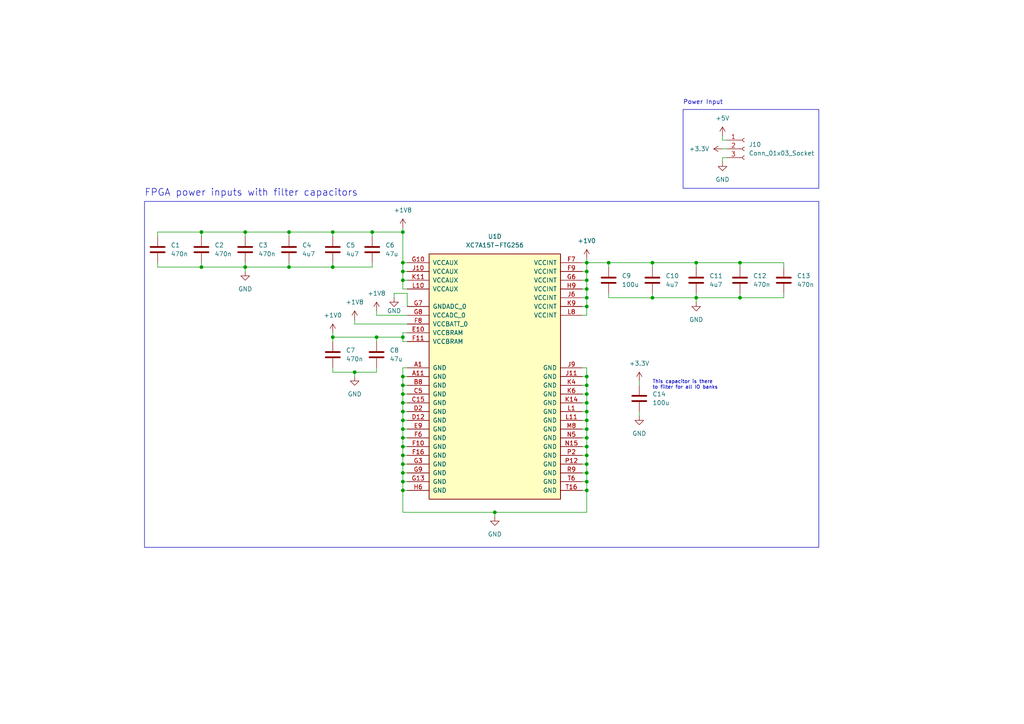
<source format=kicad_sch>
(kicad_sch (version 20230121) (generator eeschema)
  (paper "A4")
  (title_block (title "Power") (date "2024-01-06") (rev "1"))
  (lib_symbols
    (symbol "Connector:Conn_01x03_Socket" (pin_names (offset 1.016) hide)
      (property "Reference" "J" (at 0 5.08 0))
      (property "Value" "Conn_01x03_Socket" (at 0 -5.08 0))
      (symbol "Conn_01x03_Socket_1_1"
        (arc (start 0 -2.032) (mid -0.5058 -2.54) (end 0 -3.048) (stroke (width 0.1524)))
        (polyline (pts (xy -1.27 -2.54) (xy -0.508 -2.54)) (stroke (width 0.1524)))
        (polyline (pts (xy -1.27 0) (xy -0.508 0)) (stroke (width 0.1524)))
        (polyline (pts (xy -1.27 2.54) (xy -0.508 2.54)) (stroke (width 0.1524)))
        (arc (start 0 0.508) (mid -0.5058 0) (end 0 -0.508) (stroke (width 0.1524)))
        (arc (start 0 3.048) (mid -0.5058 2.54) (end 0 2.032) (stroke (width 0.1524)))
        (pin passive line (at -5.08 2.54 0) (length 3.81) (name "Pin_1") (number "1"))
        (pin passive line (at -5.08 0 0) (length 3.81) (name "Pin_2") (number "2"))
        (pin passive line (at -5.08 -2.54 0) (length 3.81) (name "Pin_3") (number "3"))
      )
    )
    (symbol "Device:C" (pin_numbers hide) (pin_names (offset 0.254))
      (property "Reference" "C" (at 0.635 2.54 0))
      (property "Value" "C" (at 0.635 -2.54 0))
      (symbol "C_0_1"
        (polyline (pts (xy -2.032 -0.762) (xy 2.032 -0.762)) (stroke (width 0.508)))
        (polyline (pts (xy -2.032 0.762) (xy 2.032 0.762)) (stroke (width 0.508)))
      )
      (symbol "C_1_1"
        (pin passive line (at 0 3.81 270) (length 2.794) (name "~") (number "1"))
        (pin passive line (at 0 -3.81 90) (length 2.794) (name "~") (number "2"))
      )
    )
    (symbol "FPGA_Xilinx_Artix7:XC7A15T-FTG256" (pin_names (offset 1.016))
      (property "Reference" "U" (at 0 1.27 0))
      (property "Value" "XC7A15T-FTG256" (at 0 -1.27 0))
      (symbol "XC7A15T-FTG256_1_1"
        (rectangle (start -44.45 67.31) (end 44.45 -73.66) (stroke (width 0.254)) (fill (type background)))
        (pin bidirectional line (at 50.8 38.1 180) (length 6.35) (name "IO_L3N_T0_DQS_AD1N_15") (number "A10"))
        (pin bidirectional line (at 50.8 27.94 180) (length 6.35) (name "IO_L5N_T0_AD9N_15") (number "A12"))
        (pin bidirectional line (at 50.8 20.32 180) (length 6.35) (name "IO_L7P_T1_AD2P_15") (number "A13"))
        (pin bidirectional line (at 50.8 17.78 180) (length 6.35) (name "IO_L7N_T1_AD2N_15") (number "A14"))
        (pin bidirectional line (at 50.8 7.62 180) (length 6.35) (name "IO_L9N_T1_DQS_AD3N_15") (number "A15"))
        (pin power_in line (at 27.94 73.66 270) (length 6.35) (name "VCCO_15") (number "A16"))
        (pin bidirectional line (at 50.8 45.72 180) (length 6.35) (name "IO_L2P_T0_AD8P_15") (number "A8"))
        (pin bidirectional line (at 50.8 43.18 180) (length 6.35) (name "IO_L2N_T0_AD8N_15") (number "A9"))
        (pin bidirectional line (at 50.8 35.56 180) (length 6.35) (name "IO_L4P_T0_15") (number "B10"))
        (pin bidirectional line (at 50.8 33.02 180) (length 6.35) (name "IO_L4N_T0_15") (number "B11"))
        (pin bidirectional line (at 50.8 30.48 180) (length 6.35) (name "IO_L5P_T0_AD9P_15") (number "B12"))
        (pin power_in line (at 30.48 73.66 270) (length 6.35) (name "VCCO_15") (number "B13"))
        (pin bidirectional line (at 50.8 12.7 180) (length 6.35) (name "IO_L8N_T1_AD10N_15") (number "B14"))
        (pin bidirectional line (at 50.8 10.16 180) (length 6.35) (name "IO_L9P_T1_DQS_AD3P_15") (number "B15"))
        (pin bidirectional line (at 50.8 2.54 180) (length 6.35) (name "IO_L10N_T1_AD11N_15") (number "B16"))
        (pin bidirectional line (at 50.8 40.64 180) (length 6.35) (name "IO_L3P_T0_DQS_AD1P_15") (number "B9"))
        (pin power_in line (at 33.02 73.66 270) (length 6.35) (name "VCCO_15") (number "C10"))
        (pin bidirectional line (at 50.8 0 180) (length 6.35) (name "IO_L11P_T1_SRCC_15") (number "C11"))
        (pin bidirectional line (at 50.8 -2.54 180) (length 6.35) (name "IO_L11N_T1_SRCC_15") (number "C12"))
        (pin bidirectional line (at 50.8 -7.62 180) (length 6.35) (name "IO_L12N_T1_MRCC_15") (number "C13"))
        (pin bidirectional line (at 50.8 15.24 180) (length 6.35) (name "IO_L8P_T1_AD10P_15") (number "C14"))
        (pin bidirectional line (at 50.8 5.08 180) (length 6.35) (name "IO_L10P_T1_AD11P_15") (number "C16"))
        (pin bidirectional line (at 50.8 50.8 180) (length 6.35) (name "IO_L1P_T0_AD0P_15") (number "C8"))
        (pin bidirectional line (at 50.8 48.26 180) (length 6.35) (name "IO_L1N_T0_AD0N_15") (number "C9"))
        (pin bidirectional line (at 50.8 53.34 180) (length 6.35) (name "IO_0_15") (number "D10"))
        (pin bidirectional line (at 50.8 -17.78 180) (length 6.35) (name "IO_L14N_T2_SRCC_15") (number "D11"))
        (pin bidirectional line (at 50.8 -5.08 180) (length 6.35) (name "IO_L12P_T1_MRCC_15") (number "D13"))
        (pin bidirectional line (at 50.8 -20.32 180) (length 6.35) (name "IO_L15P_T2_DQS_15") (number "D14"))
        (pin bidirectional line (at 50.8 -22.86 180) (length 6.35) (name "IO_L15N_T2_DQS_ADV_B_15") (number "D15"))
        (pin bidirectional line (at 50.8 -33.02 180) (length 6.35) (name "IO_L17N_T2_A25_15") (number "D16"))
        (pin bidirectional line (at 50.8 25.4 180) (length 6.35) (name "IO_L6P_T0_15") (number "D8"))
        (pin bidirectional line (at 50.8 22.86 180) (length 6.35) (name "IO_L6N_T0_VREF_15") (number "D9"))
        (pin bidirectional line (at 50.8 -15.24 180) (length 6.35) (name "IO_L14P_T2_SRCC_15") (number "E11"))
        (pin bidirectional line (at 50.8 -10.16 180) (length 6.35) (name "IO_L13P_T2_MRCC_15") (number "E12"))
        (pin bidirectional line (at 50.8 -12.7 180) (length 6.35) (name "IO_L13N_T2_MRCC_15") (number "E13"))
        (pin power_in line (at 35.56 73.66 270) (length 6.35) (name "VCCO_15") (number "E14"))
        (pin bidirectional line (at 50.8 -38.1 180) (length 6.35) (name "IO_L18N_T2_A23_15") (number "E15"))
        (pin bidirectional line (at 50.8 -30.48 180) (length 6.35) (name "IO_L17P_T2_A26_15") (number "E16"))
        (pin bidirectional line (at 50.8 -25.4 180) (length 6.35) (name "IO_L16P_T2_A28_15") (number "F12"))
        (pin bidirectional line (at 50.8 -27.94 180) (length 6.35) (name "IO_L16N_T2_A27_15") (number "F13"))
        (pin bidirectional line (at 50.8 -53.34 180) (length 6.35) (name "IO_L21N_T3_DQS_A18_15") (number "F14"))
        (pin bidirectional line (at 50.8 -35.56 180) (length 6.35) (name "IO_L18P_T2_A24_15") (number "F15"))
        (pin bidirectional line (at 50.8 -71.12 180) (length 6.35) (name "IO_25_15") (number "G11"))
        (pin bidirectional line (at 50.8 -43.18 180) (length 6.35) (name "IO_L19N_T3_A21_VREF_15") (number "G12"))
        (pin bidirectional line (at 50.8 -50.8 180) (length 6.35) (name "IO_L21P_T3_DQS_15") (number "G14"))
        (pin bidirectional line (at 50.8 -68.58 180) (length 6.35) (name "IO_L24N_T3_RS0_15") (number "G15"))
        (pin bidirectional line (at 50.8 -58.42 180) (length 6.35) (name "IO_L22N_T3_A16_15") (number "G16"))
        (pin bidirectional line (at 50.8 -40.64 180) (length 6.35) (name "IO_L19P_T3_A22_15") (number "H11"))
        (pin bidirectional line (at 50.8 -45.72 180) (length 6.35) (name "IO_L20P_T3_A20_15") (number "H12"))
        (pin bidirectional line (at 50.8 -48.26 180) (length 6.35) (name "IO_L20N_T3_A19_15") (number "H13"))
        (pin bidirectional line (at 50.8 -66.04 180) (length 6.35) (name "IO_L24P_T3_RS1_15") (number "H14"))
        (pin power_in line (at 38.1 73.66 270) (length 6.35) (name "VCCO_15") (number "H15"))
        (pin bidirectional line (at 50.8 -55.88 180) (length 6.35) (name "IO_L22P_T3_A17_15") (number "H16"))
        (pin power_in line (at 40.64 73.66 270) (length 6.35) (name "VCCO_15") (number "J12"))
        (pin bidirectional line (at -50.8 50.8 0) (length 6.35) (name "IO_L1P_T0_D00_MOSI_14") (number "J13"))
        (pin bidirectional line (at -50.8 48.26 0) (length 6.35) (name "IO_L1N_T0_D01_DIN_14") (number "J14"))
        (pin bidirectional line (at 50.8 -60.96 180) (length 6.35) (name "IO_L23P_T3_FOE_B_15") (number "J15"))
        (pin bidirectional line (at 50.8 -63.5 180) (length 6.35) (name "IO_L23N_T3_FWE_B_15") (number "J16"))
        (pin bidirectional line (at -50.8 53.34 0) (length 6.35) (name "IO_0_14") (number "K12"))
        (pin bidirectional line (at -50.8 30.48 0) (length 6.35) (name "IO_L5P_T0_D06_14") (number "K13"))
        (pin bidirectional line (at -50.8 45.72 0) (length 6.35) (name "IO_L2P_T0_D02_14") (number "K15"))
        (pin bidirectional line (at -50.8 43.18 0) (length 6.35) (name "IO_L2N_T0_D03_14") (number "K16"))
        (pin bidirectional line (at -50.8 25.4 0) (length 6.35) (name "IO_L6P_T0_FCS_B_14") (number "L12"))
        (pin bidirectional line (at -50.8 27.94 0) (length 6.35) (name "IO_L5N_T0_D07_14") (number "L13"))
        (pin bidirectional line (at -50.8 35.56 0) (length 6.35) (name "IO_L4P_T0_D04_14") (number "L14"))
        (pin bidirectional line (at -50.8 40.64 0) (length 6.35) (name "IO_L3P_T0_DQS_PUDC_B_14") (number "L15"))
        (pin power_in line (at -40.64 73.66 270) (length 6.35) (name "VCCO_14") (number "L16"))
        (pin bidirectional line (at -50.8 22.86 0) (length 6.35) (name "IO_L6N_T0_D08_VREF_14") (number "M12"))
        (pin power_in line (at -38.1 73.66 270) (length 6.35) (name "VCCO_14") (number "M13"))
        (pin bidirectional line (at -50.8 33.02 0) (length 6.35) (name "IO_L4N_T0_D05_14") (number "M14"))
        (pin bidirectional line (at -50.8 38.1 0) (length 6.35) (name "IO_L3N_T0_DQS_EMCCLK_14") (number "M15"))
        (pin bidirectional line (at -50.8 20.32 0) (length 6.35) (name "IO_L7P_T1_D09_14") (number "M16"))
        (pin bidirectional line (at -50.8 -40.64 0) (length 6.35) (name "IO_L19P_T3_A10_D26_14") (number "M6"))
        (pin power_in line (at -35.56 73.66 270) (length 6.35) (name "VCCO_14") (number "N10"))
        (pin bidirectional line (at -50.8 -10.16 0) (length 6.35) (name "IO_L13P_T2_MRCC_14") (number "N11"))
        (pin bidirectional line (at -50.8 -12.7 0) (length 6.35) (name "IO_L13N_T2_MRCC_14") (number "N12"))
        (pin bidirectional line (at -50.8 0 0) (length 6.35) (name "IO_L11P_T1_SRCC_14") (number "N13"))
        (pin bidirectional line (at -50.8 -5.08 0) (length 6.35) (name "IO_L12P_T1_MRCC_14") (number "N14"))
        (pin bidirectional line (at -50.8 17.78 0) (length 6.35) (name "IO_L7N_T1_D10_14") (number "N16"))
        (pin bidirectional line (at -50.8 -43.18 0) (length 6.35) (name "IO_L19N_T3_A09_D25_VREF_14") (number "N6"))
        (pin bidirectional line (at -50.8 -35.56 0) (length 6.35) (name "IO_L18P_T2_A12_D28_14") (number "N9"))
        (pin bidirectional line (at -50.8 -15.24 0) (length 6.35) (name "IO_L14P_T2_SRCC_14") (number "P10"))
        (pin bidirectional line (at -50.8 -17.78 0) (length 6.35) (name "IO_L14N_T2_SRCC_14") (number "P11"))
        (pin bidirectional line (at -50.8 -2.54 0) (length 6.35) (name "IO_L11N_T1_SRCC_14") (number "P13"))
        (pin bidirectional line (at -50.8 -7.62 0) (length 6.35) (name "IO_L12N_T1_MRCC_14") (number "P14"))
        (pin bidirectional line (at -50.8 15.24 0) (length 6.35) (name "IO_L8P_T1_D11_14") (number "P15"))
        (pin bidirectional line (at -50.8 12.7 0) (length 6.35) (name "IO_L8N_T1_D12_14") (number "P16"))
        (pin bidirectional line (at -50.8 -71.12 0) (length 6.35) (name "IO_25_14") (number "P6"))
        (pin power_in line (at -33.02 73.66 270) (length 6.35) (name "VCCO_14") (number "P7"))
        (pin bidirectional line (at -50.8 -45.72 0) (length 6.35) (name "IO_L20P_T3_A08_D24_14") (number "P8"))
        (pin bidirectional line (at -50.8 -38.1 0) (length 6.35) (name "IO_L18N_T2_A11_D27_14") (number "P9"))
        (pin bidirectional line (at -50.8 -30.48 0) (length 6.35) (name "IO_L17P_T2_A14_D30_14") (number "R10"))
        (pin bidirectional line (at -50.8 -33.02 0) (length 6.35) (name "IO_L17N_T2_A13_D29_14") (number "R11"))
        (pin bidirectional line (at -50.8 -20.32 0) (length 6.35) (name "IO_L15P_T2_DQS_RDWR_B_14") (number "R12"))
        (pin bidirectional line (at -50.8 -25.4 0) (length 6.35) (name "IO_L16P_T2_CSI_B_14") (number "R13"))
        (pin power_in line (at -30.48 73.66 270) (length 6.35) (name "VCCO_14") (number "R14"))
        (pin bidirectional line (at -50.8 10.16 0) (length 6.35) (name "IO_L9P_T1_DQS_14") (number "R15"))
        (pin bidirectional line (at -50.8 7.62 0) (length 6.35) (name "IO_L9N_T1_DQS_D13_14") (number "R16"))
        (pin bidirectional line (at -50.8 -60.96 0) (length 6.35) (name "IO_L23P_T3_A03_D19_14") (number "R5"))
        (pin bidirectional line (at -50.8 -66.04 0) (length 6.35) (name "IO_L24P_T3_A01_D17_14") (number "R6"))
        (pin bidirectional line (at -50.8 -68.58 0) (length 6.35) (name "IO_L24N_T3_A00_D16_14") (number "R7"))
        (pin bidirectional line (at -50.8 -48.26 0) (length 6.35) (name "IO_L20N_T3_A07_D23_14") (number "R8"))
        (pin bidirectional line (at -50.8 -58.42 0) (length 6.35) (name "IO_L22N_T3_A04_D20_14") (number "T10"))
        (pin power_in line (at -27.94 73.66 270) (length 6.35) (name "VCCO_14") (number "T11"))
        (pin bidirectional line (at -50.8 -22.86 0) (length 6.35) (name "IO_L15N_T2_DQS_DOUT_CSO_B_14") (number "T12"))
        (pin bidirectional line (at -50.8 -27.94 0) (length 6.35) (name "IO_L16N_T2_A15_D31_14") (number "T13"))
        (pin bidirectional line (at -50.8 5.08 0) (length 6.35) (name "IO_L10P_T1_D14_14") (number "T14"))
        (pin bidirectional line (at -50.8 2.54 0) (length 6.35) (name "IO_L10N_T1_D15_14") (number "T15"))
        (pin bidirectional line (at -50.8 -63.5 0) (length 6.35) (name "IO_L23N_T3_A02_D18_14") (number "T5"))
        (pin bidirectional line (at -50.8 -50.8 0) (length 6.35) (name "IO_L21P_T3_DQS_14") (number "T7"))
        (pin bidirectional line (at -50.8 -53.34 0) (length 6.35) (name "IO_L21N_T3_DQS_A06_D22_14") (number "T8"))
        (pin bidirectional line (at -50.8 -55.88 0) (length 6.35) (name "IO_L22P_T3_A05_D21_14") (number "T9"))
      )
      (symbol "XC7A15T-FTG256_2_1"
        (rectangle (start -44.45 67.31) (end 44.45 -73.66) (stroke (width 0.254)) (fill (type background)))
        (pin bidirectional line (at 50.8 12.7 180) (length 6.35) (name "IO_L8N_T1_AD14N_35") (number "A2"))
        (pin bidirectional line (at 50.8 33.02 180) (length 6.35) (name "IO_L4N_T0_35") (number "A3"))
        (pin bidirectional line (at 50.8 38.1 180) (length 6.35) (name "IO_L3N_T0_DQS_AD5N_35") (number "A4"))
        (pin bidirectional line (at 50.8 40.64 180) (length 6.35) (name "IO_L3P_T0_DQS_AD5P_35") (number "A5"))
        (pin power_in line (at 27.94 73.66 270) (length 6.35) (name "VCCO_35") (number "A6"))
        (pin bidirectional line (at 50.8 48.26 180) (length 6.35) (name "IO_L1N_T0_AD4N_35") (number "A7"))
        (pin bidirectional line (at 50.8 7.62 180) (length 6.35) (name "IO_L9N_T1_DQS_AD7N_35") (number "B1"))
        (pin bidirectional line (at 50.8 15.24 180) (length 6.35) (name "IO_L8P_T1_AD14P_35") (number "B2"))
        (pin power_in line (at 30.48 73.66 270) (length 6.35) (name "VCCO_35") (number "B3"))
        (pin bidirectional line (at 50.8 35.56 180) (length 6.35) (name "IO_L4P_T0_35") (number "B4"))
        (pin bidirectional line (at 50.8 43.18 180) (length 6.35) (name "IO_L2N_T0_AD12N_35") (number "B5"))
        (pin bidirectional line (at 50.8 45.72 180) (length 6.35) (name "IO_L2P_T0_AD12P_35") (number "B6"))
        (pin bidirectional line (at 50.8 50.8 180) (length 6.35) (name "IO_L1P_T0_AD4P_35") (number "B7"))
        (pin bidirectional line (at 50.8 10.16 180) (length 6.35) (name "IO_L9P_T1_DQS_AD7P_35") (number "C1"))
        (pin bidirectional line (at 50.8 17.78 180) (length 6.35) (name "IO_L7N_T1_AD6N_35") (number "C2"))
        (pin bidirectional line (at 50.8 20.32 180) (length 6.35) (name "IO_L7P_T1_AD6P_35") (number "C3"))
        (pin bidirectional line (at 50.8 -7.62 180) (length 6.35) (name "IO_L12N_T1_MRCC_35") (number "C4"))
        (pin bidirectional line (at 50.8 27.94 180) (length 6.35) (name "IO_L5N_T0_AD13N_35") (number "C6"))
        (pin bidirectional line (at 50.8 30.48 180) (length 6.35) (name "IO_L5P_T0_AD13P_35") (number "C7"))
        (pin bidirectional line (at 50.8 2.54 180) (length 6.35) (name "IO_L10N_T1_AD15N_35") (number "D1"))
        (pin bidirectional line (at 50.8 -2.54 180) (length 6.35) (name "IO_L11N_T1_SRCC_35") (number "D3"))
        (pin bidirectional line (at 50.8 -5.08 180) (length 6.35) (name "IO_L12P_T1_MRCC_35") (number "D4"))
        (pin bidirectional line (at 50.8 22.86 180) (length 6.35) (name "IO_L6N_T0_VREF_35") (number "D5"))
        (pin bidirectional line (at 50.8 25.4 180) (length 6.35) (name "IO_L6P_T0_35") (number "D6"))
        (pin power_in line (at 33.02 73.66 270) (length 6.35) (name "VCCO_35") (number "D7"))
        (pin bidirectional line (at 50.8 -22.86 180) (length 6.35) (name "IO_L15N_T2_DQS_35") (number "E1"))
        (pin bidirectional line (at 50.8 5.08 180) (length 6.35) (name "IO_L10P_T1_AD15P_35") (number "E2"))
        (pin bidirectional line (at 50.8 0 180) (length 6.35) (name "IO_L11P_T1_SRCC_35") (number "E3"))
        (pin power_in line (at 35.56 73.66 270) (length 6.35) (name "VCCO_35") (number "E4"))
        (pin bidirectional line (at 50.8 -12.7 180) (length 6.35) (name "IO_L13N_T2_MRCC_35") (number "E5"))
        (pin bidirectional line (at 50.8 53.34 180) (length 6.35) (name "IO_0_35") (number "E6"))
        (pin power_in line (at 38.1 73.66 270) (length 6.35) (name "VCCO_35") (number "F1"))
        (pin bidirectional line (at 50.8 -20.32 180) (length 6.35) (name "IO_L15P_T2_DQS_35") (number "F2"))
        (pin bidirectional line (at 50.8 -17.78 180) (length 6.35) (name "IO_L14N_T2_SRCC_35") (number "F3"))
        (pin bidirectional line (at 50.8 -15.24 180) (length 6.35) (name "IO_L14P_T2_SRCC_35") (number "F4"))
        (pin bidirectional line (at 50.8 -10.16 180) (length 6.35) (name "IO_L13P_T2_MRCC_35") (number "F5"))
        (pin bidirectional line (at 50.8 -33.02 180) (length 6.35) (name "IO_L17N_T2_35") (number "G1"))
        (pin bidirectional line (at 50.8 -30.48 180) (length 6.35) (name "IO_L17P_T2_35") (number "G2"))
        (pin bidirectional line (at 50.8 -27.94 180) (length 6.35) (name "IO_L16N_T2_35") (number "G4"))
        (pin bidirectional line (at 50.8 -25.4 180) (length 6.35) (name "IO_L16P_T2_35") (number "G5"))
        (pin bidirectional line (at 50.8 -48.26 180) (length 6.35) (name "IO_L20N_T3_35") (number "H1"))
        (pin bidirectional line (at 50.8 -45.72 180) (length 6.35) (name "IO_L20P_T3_35") (number "H2"))
        (pin bidirectional line (at 50.8 -53.34 180) (length 6.35) (name "IO_L21N_T3_DQS_35") (number "H3"))
        (pin bidirectional line (at 50.8 -38.1 180) (length 6.35) (name "IO_L18N_T2_35") (number "H4"))
        (pin bidirectional line (at 50.8 -35.56 180) (length 6.35) (name "IO_L18P_T2_35") (number "H5"))
        (pin bidirectional line (at 50.8 -58.42 180) (length 6.35) (name "IO_L22N_T3_35") (number "J1"))
        (pin power_in line (at 40.64 73.66 270) (length 6.35) (name "VCCO_35") (number "J2"))
        (pin bidirectional line (at 50.8 -50.8 180) (length 6.35) (name "IO_L21P_T3_DQS_35") (number "J3"))
        (pin bidirectional line (at 50.8 -43.18 180) (length 6.35) (name "IO_L19N_T3_VREF_35") (number "J4"))
        (pin bidirectional line (at 50.8 -40.64 180) (length 6.35) (name "IO_L19P_T3_35") (number "J5"))
        (pin bidirectional line (at 50.8 -55.88 180) (length 6.35) (name "IO_L22P_T3_35") (number "K1"))
        (pin bidirectional line (at 50.8 -68.58 180) (length 6.35) (name "IO_L24N_T3_35") (number "K2"))
        (pin bidirectional line (at 50.8 -66.04 180) (length 6.35) (name "IO_L24P_T3_35") (number "K3"))
        (pin bidirectional line (at 50.8 -71.12 180) (length 6.35) (name "IO_25_35") (number "K5"))
        (pin bidirectional line (at 50.8 -63.5 180) (length 6.35) (name "IO_L23N_T3_35") (number "L2"))
        (pin bidirectional line (at 50.8 -60.96 180) (length 6.35) (name "IO_L23P_T3_35") (number "L3"))
        (pin bidirectional line (at -50.8 50.8 0) (length 6.35) (name "IO_L1P_T0_34") (number "L4"))
        (pin bidirectional line (at -50.8 53.34 0) (length 6.35) (name "IO_0_34") (number "L5"))
        (pin bidirectional line (at -50.8 43.18 0) (length 6.35) (name "IO_L2N_T0_34") (number "M1"))
        (pin bidirectional line (at -50.8 45.72 0) (length 6.35) (name "IO_L2P_T0_34") (number "M2"))
        (pin power_in line (at -40.64 73.66 270) (length 6.35) (name "VCCO_34") (number "M3"))
        (pin bidirectional line (at -50.8 48.26 0) (length 6.35) (name "IO_L1N_T0_34") (number "M4"))
        (pin bidirectional line (at -50.8 25.4 0) (length 6.35) (name "IO_L6P_T0_34") (number "M5"))
        (pin bidirectional line (at -50.8 35.56 0) (length 6.35) (name "IO_L4P_T0_34") (number "N1"))
        (pin bidirectional line (at -50.8 38.1 0) (length 6.35) (name "IO_L3N_T0_DQS_34") (number "N2"))
        (pin bidirectional line (at -50.8 40.64 0) (length 6.35) (name "IO_L3P_T0_DQS_34") (number "N3"))
        (pin bidirectional line (at -50.8 22.86 0) (length 6.35) (name "IO_L6N_T0_VREF_34") (number "N4"))
        (pin bidirectional line (at -50.8 33.02 0) (length 6.35) (name "IO_L4N_T0_34") (number "P1"))
        (pin bidirectional line (at -50.8 27.94 0) (length 6.35) (name "IO_L5N_T0_34") (number "P3"))
        (pin bidirectional line (at -50.8 30.48 0) (length 6.35) (name "IO_L5P_T0_34") (number "P4"))
        (pin bidirectional line (at -50.8 5.08 0) (length 6.35) (name "IO_L10P_T1_34") (number "P5"))
        (pin bidirectional line (at -50.8 17.78 0) (length 6.35) (name "IO_L7N_T1_34") (number "R1"))
        (pin bidirectional line (at -50.8 20.32 0) (length 6.35) (name "IO_L7P_T1_34") (number "R2"))
        (pin bidirectional line (at -50.8 15.24 0) (length 6.35) (name "IO_L8P_T1_34") (number "R3"))
        (pin power_in line (at -38.1 73.66 270) (length 6.35) (name "VCCO_34") (number "R4"))
        (pin power_in line (at -35.56 73.66 270) (length 6.35) (name "VCCO_34") (number "T1"))
        (pin bidirectional line (at -50.8 12.7 0) (length 6.35) (name "IO_L8N_T1_34") (number "T2"))
        (pin bidirectional line (at -50.8 7.62 0) (length 6.35) (name "IO_L9N_T1_DQS_34") (number "T3"))
        (pin bidirectional line (at -50.8 10.16 0) (length 6.35) (name "IO_L9P_T1_DQS_34") (number "T4"))
      )
      (symbol "XC7A15T-FTG256_3_1"
        (rectangle (start -31.75 34.29) (end 31.75 -40.64) (stroke (width 0.254)) (fill (type background)))
        (pin bidirectional line (at 38.1 -15.24 180) (length 6.35) (name "CFGBVS_0") (number "E7"))
        (pin bidirectional line (at 38.1 7.62 180) (length 6.35) (name "CCLK_0") (number "E8"))
        (pin bidirectional line (at 38.1 -5.08 180) (length 6.35) (name "DONE_0") (number "H10"))
        (pin bidirectional line (at 38.1 -30.48 180) (length 6.35) (name "VREFN_0") (number "H7"))
        (pin bidirectional line (at 38.1 -20.32 180) (length 6.35) (name "VP_0") (number "H8"))
        (pin bidirectional line (at 38.1 -22.86 180) (length 6.35) (name "VN_0") (number "J7"))
        (pin bidirectional line (at 38.1 -27.94 180) (length 6.35) (name "VREFP_0") (number "J8"))
        (pin bidirectional line (at 38.1 -7.62 180) (length 6.35) (name "INIT_B_0") (number "K10"))
        (pin bidirectional line (at 38.1 -38.1 180) (length 6.35) (name "DXN_0") (number "K7"))
        (pin bidirectional line (at 38.1 -35.56 180) (length 6.35) (name "DXP_0") (number "K8"))
        (pin power_in line (at 27.94 40.64 270) (length 6.35) (name "VCCO_0") (number "L6"))
        (pin bidirectional line (at 38.1 12.7 180) (length 6.35) (name "TCK_0") (number "L7"))
        (pin bidirectional line (at 38.1 -10.16 180) (length 6.35) (name "PROGRAM_B_0") (number "L9"))
        (pin bidirectional line (at 38.1 2.54 180) (length 6.35) (name "M1_0") (number "M10"))
        (pin bidirectional line (at 38.1 0 180) (length 6.35) (name "M2_0") (number "M11"))
        (pin bidirectional line (at 38.1 15.24 180) (length 6.35) (name "TMS_0") (number "M7"))
        (pin bidirectional line (at 38.1 5.08 180) (length 6.35) (name "M0_0") (number "M9"))
        (pin bidirectional line (at 38.1 20.32 180) (length 6.35) (name "TDI_0") (number "N7"))
        (pin bidirectional line (at 38.1 17.78 180) (length 6.35) (name "TDO_0") (number "N8"))
      )
      (symbol "XC7A15T-FTG256_4_1"
        (rectangle (start -19.05 35.56) (end 19.05 -35.56) (stroke (width 0.254)) (fill (type background)))
        (pin power_in line (at -25.4 2.54 0) (length 6.35) (name "GND") (number "A1"))
        (pin power_in line (at -25.4 0 0) (length 6.35) (name "GND") (number "A11"))
        (pin power_in line (at -25.4 -2.54 0) (length 6.35) (name "GND") (number "B8"))
        (pin power_in line (at -25.4 -7.62 0) (length 6.35) (name "GND") (number "C15"))
        (pin power_in line (at -25.4 -5.08 0) (length 6.35) (name "GND") (number "C5"))
        (pin power_in line (at -25.4 -12.7 0) (length 6.35) (name "GND") (number "D12"))
        (pin power_in line (at -25.4 -10.16 0) (length 6.35) (name "GND") (number "D2"))
        (pin power_in line (at -25.4 12.7 0) (length 6.35) (name "VCCBRAM") (number "E10"))
        (pin power_in line (at -25.4 -15.24 0) (length 6.35) (name "GND") (number "E9"))
        (pin power_in line (at -25.4 -20.32 0) (length 6.35) (name "GND") (number "F10"))
        (pin power_in line (at -25.4 10.16 0) (length 6.35) (name "VCCBRAM") (number "F11"))
        (pin power_in line (at -25.4 -22.86 0) (length 6.35) (name "GND") (number "F16"))
        (pin power_in line (at -25.4 -17.78 0) (length 6.35) (name "GND") (number "F6"))
        (pin power_in line (at 25.4 33.02 180) (length 6.35) (name "VCCINT") (number "F7"))
        (pin power_in line (at -25.4 15.24 0) (length 6.35) (name "VCCBATT_0") (number "F8"))
        (pin power_in line (at 25.4 30.48 180) (length 6.35) (name "VCCINT") (number "F9"))
        (pin power_in line (at -25.4 33.02 0) (length 6.35) (name "VCCAUX") (number "G10"))
        (pin power_in line (at -25.4 -30.48 0) (length 6.35) (name "GND") (number "G13"))
        (pin power_in line (at -25.4 -25.4 0) (length 6.35) (name "GND") (number "G3"))
        (pin power_in line (at 25.4 27.94 180) (length 6.35) (name "VCCINT") (number "G6"))
        (pin power_in line (at -25.4 20.32 0) (length 6.35) (name "GNDADC_0") (number "G7"))
        (pin power_in line (at -25.4 17.78 0) (length 6.35) (name "VCCADC_0") (number "G8"))
        (pin power_in line (at -25.4 -27.94 0) (length 6.35) (name "GND") (number "G9"))
        (pin power_in line (at -25.4 -33.02 0) (length 6.35) (name "GND") (number "H6"))
        (pin power_in line (at 25.4 25.4 180) (length 6.35) (name "VCCINT") (number "H9"))
        (pin power_in line (at -25.4 30.48 0) (length 6.35) (name "VCCAUX") (number "J10"))
        (pin power_in line (at 25.4 0 180) (length 6.35) (name "GND") (number "J11"))
        (pin power_in line (at 25.4 22.86 180) (length 6.35) (name "VCCINT") (number "J6"))
        (pin power_in line (at 25.4 2.54 180) (length 6.35) (name "GND") (number "J9"))
        (pin power_in line (at -25.4 27.94 0) (length 6.35) (name "VCCAUX") (number "K11"))
        (pin power_in line (at 25.4 -7.62 180) (length 6.35) (name "GND") (number "K14"))
        (pin power_in line (at 25.4 -2.54 180) (length 6.35) (name "GND") (number "K4"))
        (pin power_in line (at 25.4 -5.08 180) (length 6.35) (name "GND") (number "K6"))
        (pin power_in line (at 25.4 20.32 180) (length 6.35) (name "VCCINT") (number "K9"))
        (pin power_in line (at 25.4 -10.16 180) (length 6.35) (name "GND") (number "L1"))
        (pin power_in line (at -25.4 25.4 0) (length 6.35) (name "VCCAUX") (number "L10"))
        (pin power_in line (at 25.4 -12.7 180) (length 6.35) (name "GND") (number "L11"))
        (pin power_in line (at 25.4 17.78 180) (length 6.35) (name "VCCINT") (number "L8"))
        (pin power_in line (at 25.4 -15.24 180) (length 6.35) (name "GND") (number "M8"))
        (pin power_in line (at 25.4 -20.32 180) (length 6.35) (name "GND") (number "N15"))
        (pin power_in line (at 25.4 -17.78 180) (length 6.35) (name "GND") (number "N5"))
        (pin power_in line (at 25.4 -25.4 180) (length 6.35) (name "GND") (number "P12"))
        (pin power_in line (at 25.4 -22.86 180) (length 6.35) (name "GND") (number "P2"))
        (pin power_in line (at 25.4 -27.94 180) (length 6.35) (name "GND") (number "R9"))
        (pin power_in line (at 25.4 -33.02 180) (length 6.35) (name "GND") (number "T16"))
        (pin power_in line (at 25.4 -30.48 180) (length 6.35) (name "GND") (number "T6"))
      )
    )
    (symbol "power:+1V0" (power) (pin_names (offset 0))
      (property "Value" "+1V0" (at 0 3.556 0))
      (symbol "+1V0_0_1"
        (polyline (pts (xy -0.762 1.27) (xy 0 2.54)))
        (polyline (pts (xy 0 0) (xy 0 2.54)))
        (polyline (pts (xy 0 2.54) (xy 0.762 1.27)))
      )
      (symbol "+1V0_1_1"
        (pin power_in line (at 0 0 90) (length 0) hide (name "+1V0") (number "1"))
      )
    )
    (symbol "power:+1V8" (power) (pin_names (offset 0))
      (property "Value" "+1V8" (at 0 3.556 0))
      (symbol "+1V8_0_1"
        (polyline (pts (xy -0.762 1.27) (xy 0 2.54)))
        (polyline (pts (xy 0 0) (xy 0 2.54)))
        (polyline (pts (xy 0 2.54) (xy 0.762 1.27)))
      )
      (symbol "+1V8_1_1"
        (pin power_in line (at 0 0 90) (length 0) hide (name "+1V8") (number "1"))
      )
    )
    (symbol "power:+3.3V" (power) (pin_names (offset 0))
      (property "Value" "+3.3V" (at 0 3.556 0))
      (symbol "+3.3V_0_1"
        (polyline (pts (xy -0.762 1.27) (xy 0 2.54)))
        (polyline (pts (xy 0 0) (xy 0 2.54)))
        (polyline (pts (xy 0 2.54) (xy 0.762 1.27)))
      )
      (symbol "+3.3V_1_1"
        (pin power_in line (at 0 0 90) (length 0) hide (name "+3.3V") (number "1"))
      )
    )
    (symbol "power:+5V" (power) (pin_names (offset 0))
      (property "Value" "+5V" (at 0 3.556 0))
      (symbol "+5V_0_1"
        (polyline (pts (xy -0.762 1.27) (xy 0 2.54)))
        (polyline (pts (xy 0 0) (xy 0 2.54)))
        (polyline (pts (xy 0 2.54) (xy 0.762 1.27)))
      )
      (symbol "+5V_1_1"
        (pin power_in line (at 0 0 90) (length 0) hide (name "+5V") (number "1"))
      )
    )
    (symbol "power:GND" (power) (pin_names (offset 0))
      (property "Value" "GND" (at 0 -3.81 0))
      (symbol "GND_0_1"
        (polyline (pts (xy 0 0) (xy 0 -1.27) (xy 1.27 -1.27) (xy 0 -2.54) (xy -1.27 -1.27) (xy 0 -1.27)))
      )
      (symbol "GND_1_1"
        (pin power_in line (at 0 0 270) (length 0) hide (name "GND") (number "1"))
      )
    )
  )
  (junction (at 116.84 127))
  (junction (at 116.84 139.7))
  (junction (at 189.23 86.36))
  (junction (at 83.82 77.47))
  (junction (at 116.84 97.79))
  (junction (at 116.84 78.74))
  (junction (at 116.84 76.2))
  (junction (at 116.84 124.46))
  (junction (at 116.84 81.28))
  (junction (at 96.52 97.79))
  (junction (at 201.93 76.2))
  (junction (at 116.84 137.16))
  (junction (at 170.18 111.76))
  (junction (at 116.84 142.24))
  (junction (at 170.18 121.92))
  (junction (at 58.42 77.47))
  (junction (at 170.18 76.2))
  (junction (at 116.84 119.38))
  (junction (at 170.18 78.74))
  (junction (at 201.93 86.36))
  (junction (at 58.42 67.31))
  (junction (at 176.53 76.2))
  (junction (at 143.51 148.59))
  (junction (at 107.95 67.31))
  (junction (at 214.63 76.2))
  (junction (at 71.12 77.47))
  (junction (at 170.18 132.08))
  (junction (at 170.18 109.22))
  (junction (at 116.84 129.54))
  (junction (at 109.22 97.79))
  (junction (at 170.18 139.7))
  (junction (at 214.63 86.36))
  (junction (at 116.84 67.31))
  (junction (at 170.18 116.84))
  (junction (at 83.82 67.31))
  (junction (at 116.84 109.22))
  (junction (at 96.52 77.47))
  (junction (at 170.18 119.38))
  (junction (at 170.18 142.24))
  (junction (at 116.84 114.3))
  (junction (at 170.18 127))
  (junction (at 189.23 76.2))
  (junction (at 170.18 129.54))
  (junction (at 170.18 83.82))
  (junction (at 170.18 81.28))
  (junction (at 71.12 67.31))
  (junction (at 96.52 67.31))
  (junction (at 170.18 86.36))
  (junction (at 170.18 137.16))
  (junction (at 116.84 132.08))
  (junction (at 116.84 121.92))
  (junction (at 170.18 124.46))
  (junction (at 116.84 134.62))
  (junction (at 102.87 107.95))
  (junction (at 170.18 88.9))
  (junction (at 116.84 116.84))
  (junction (at 170.18 134.62))
  (junction (at 170.18 114.3))
  (junction (at 116.84 111.76))
  (wire (pts (xy 227.33 86.36) (xy 227.33 85.09)))
  (wire (pts (xy 168.91 139.7) (xy 170.18 139.7)))
  (wire (pts (xy 214.63 86.36) (xy 201.93 86.36)))
  (wire (pts (xy 170.18 81.28) (xy 170.18 78.74)))
  (wire (pts (xy 109.22 97.79) (xy 96.52 97.79)))
  (wire (pts (xy 209.55 45.72) (xy 210.82 45.72)))
  (wire (pts (xy 170.18 119.38) (xy 170.18 121.92)))
  (wire (pts (xy 116.84 116.84) (xy 116.84 114.3)))
  (wire (pts (xy 107.95 67.31) (xy 96.52 67.31)))
  (wire (pts (xy 109.22 99.06) (xy 109.22 97.79)))
  (wire (pts (xy 45.72 77.47) (xy 58.42 77.47)))
  (wire (pts (xy 170.18 86.36) (xy 170.18 83.82)))
  (wire (pts (xy 143.51 148.59) (xy 143.51 149.86)))
  (wire (pts (xy 116.84 137.16) (xy 118.11 137.16)))
  (wire (pts (xy 168.91 142.24) (xy 170.18 142.24)))
  (wire (pts (xy 116.84 106.68) (xy 118.11 106.68)))
  (wire (pts (xy 189.23 76.2) (xy 201.93 76.2)))
  (wire (pts (xy 214.63 76.2) (xy 227.33 76.2)))
  (wire (pts (xy 168.91 81.28) (xy 170.18 81.28)))
  (wire (pts (xy 176.53 86.36) (xy 176.53 85.09)))
  (wire (pts (xy 168.91 88.9) (xy 170.18 88.9)))
  (wire (pts (xy 83.82 67.31) (xy 83.82 68.58)))
  (wire (pts (xy 116.84 132.08) (xy 118.11 132.08)))
  (wire (pts (xy 201.93 76.2) (xy 214.63 76.2)))
  (wire (pts (xy 96.52 106.68) (xy 96.52 107.95)))
  (wire (pts (xy 189.23 86.36) (xy 201.93 86.36)))
  (wire (pts (xy 116.84 119.38) (xy 116.84 116.84)))
  (wire (pts (xy 170.18 114.3) (xy 170.18 116.84)))
  (wire (pts (xy 168.91 127) (xy 170.18 127)))
  (wire (pts (xy 168.91 91.44) (xy 170.18 91.44)))
  (wire (pts (xy 201.93 76.2) (xy 201.93 77.47)))
  (wire (pts (xy 170.18 109.22) (xy 170.18 111.76)))
  (wire (pts (xy 116.84 81.28) (xy 116.84 78.74)))
  (wire (pts (xy 116.84 137.16) (xy 116.84 134.62)))
  (wire (pts (xy 116.84 132.08) (xy 116.84 129.54)))
  (wire (pts (xy 170.18 137.16) (xy 170.18 139.7)))
  (wire (pts (xy 45.72 67.31) (xy 45.72 68.58)))
  (wire (pts (xy 168.91 76.2) (xy 170.18 76.2)))
  (wire (pts (xy 168.91 83.82) (xy 170.18 83.82)))
  (wire (pts (xy 116.84 109.22) (xy 118.11 109.22)))
  (wire (pts (xy 114.3 85.09) (xy 118.11 85.09)))
  (wire (pts (xy 168.91 111.76) (xy 170.18 111.76)))
  (wire (pts (xy 58.42 76.2) (xy 58.42 77.47)))
  (wire (pts (xy 116.84 121.92) (xy 116.84 119.38)))
  (wire (pts (xy 168.91 119.38) (xy 170.18 119.38)))
  (wire (pts (xy 116.84 97.79) (xy 116.84 99.06)))
  (wire (pts (xy 116.84 134.62) (xy 118.11 134.62)))
  (wire (pts (xy 116.84 111.76) (xy 116.84 109.22)))
  (wire (pts (xy 109.22 107.95) (xy 109.22 106.68)))
  (wire (pts (xy 168.91 121.92) (xy 170.18 121.92)))
  (wire (pts (xy 116.84 127) (xy 116.84 124.46)))
  (wire (pts (xy 170.18 134.62) (xy 170.18 137.16)))
  (wire (pts (xy 96.52 77.47) (xy 83.82 77.47)))
  (wire (pts (xy 201.93 86.36) (xy 201.93 85.09)))
  (wire (pts (xy 116.84 97.79) (xy 109.22 97.79)))
  (wire (pts (xy 116.84 129.54) (xy 116.84 127)))
  (wire (pts (xy 71.12 67.31) (xy 58.42 67.31)))
  (wire (pts (xy 170.18 148.59) (xy 143.51 148.59)))
  (wire (pts (xy 209.55 43.18) (xy 210.82 43.18)))
  (wire (pts (xy 116.84 109.22) (xy 116.84 106.68)))
  (wire (pts (xy 107.95 67.31) (xy 107.95 68.58)))
  (wire (pts (xy 96.52 67.31) (xy 83.82 67.31)))
  (wire (pts (xy 170.18 124.46) (xy 170.18 127)))
  (wire (pts (xy 58.42 77.47) (xy 71.12 77.47)))
  (wire (pts (xy 116.84 124.46) (xy 116.84 121.92)))
  (wire (pts (xy 71.12 77.47) (xy 83.82 77.47)))
  (wire (pts (xy 227.33 77.47) (xy 227.33 76.2)))
  (wire (pts (xy 116.84 139.7) (xy 118.11 139.7)))
  (wire (pts (xy 170.18 116.84) (xy 170.18 119.38)))
  (wire (pts (xy 168.91 78.74) (xy 170.18 78.74)))
  (wire (pts (xy 96.52 76.2) (xy 96.52 77.47)))
  (wire (pts (xy 96.52 107.95) (xy 102.87 107.95)))
  (wire (pts (xy 170.18 91.44) (xy 170.18 88.9)))
  (wire (pts (xy 58.42 67.31) (xy 58.42 68.58)))
  (wire (pts (xy 96.52 97.79) (xy 96.52 96.52)))
  (wire (pts (xy 168.91 106.68) (xy 170.18 106.68)))
  (wire (pts (xy 102.87 93.98) (xy 102.87 92.71)))
  (wire (pts (xy 209.55 46.99) (xy 209.55 45.72)))
  (wire (pts (xy 116.84 119.38) (xy 118.11 119.38)))
  (wire (pts (xy 118.11 91.44) (xy 109.22 91.44)))
  (wire (pts (xy 116.84 129.54) (xy 118.11 129.54)))
  (wire (pts (xy 185.42 110.49) (xy 185.42 111.76)))
  (wire (pts (xy 71.12 67.31) (xy 83.82 67.31)))
  (wire (pts (xy 214.63 76.2) (xy 214.63 77.47)))
  (wire (pts (xy 170.18 78.74) (xy 170.18 76.2)))
  (wire (pts (xy 118.11 96.52) (xy 116.84 96.52)))
  (wire (pts (xy 71.12 76.2) (xy 71.12 77.47)))
  (wire (pts (xy 168.91 109.22) (xy 170.18 109.22)))
  (wire (pts (xy 170.18 121.92) (xy 170.18 124.46)))
  (wire (pts (xy 116.84 121.92) (xy 118.11 121.92)))
  (wire (pts (xy 109.22 91.44) (xy 109.22 90.17)))
  (wire (pts (xy 116.84 127) (xy 118.11 127)))
  (wire (pts (xy 116.84 67.31) (xy 107.95 67.31)))
  (wire (pts (xy 185.42 119.38) (xy 185.42 120.65)))
  (wire (pts (xy 168.91 114.3) (xy 170.18 114.3)))
  (wire (pts (xy 116.84 83.82) (xy 116.84 81.28)))
  (wire (pts (xy 116.84 142.24) (xy 118.11 142.24)))
  (wire (pts (xy 170.18 132.08) (xy 170.18 134.62)))
  (wire (pts (xy 116.84 114.3) (xy 118.11 114.3)))
  (wire (pts (xy 176.53 76.2) (xy 189.23 76.2)))
  (wire (pts (xy 102.87 107.95) (xy 109.22 107.95)))
  (wire (pts (xy 168.91 116.84) (xy 170.18 116.84)))
  (wire (pts (xy 71.12 78.74) (xy 71.12 77.47)))
  (wire (pts (xy 116.84 96.52) (xy 116.84 97.79)))
  (wire (pts (xy 114.3 85.09) (xy 114.3 86.36)))
  (wire (pts (xy 107.95 77.47) (xy 96.52 77.47)))
  (wire (pts (xy 118.11 93.98) (xy 102.87 93.98)))
  (wire (pts (xy 58.42 67.31) (xy 45.72 67.31)))
  (wire (pts (xy 116.84 81.28) (xy 118.11 81.28)))
  (wire (pts (xy 170.18 76.2) (xy 176.53 76.2)))
  (wire (pts (xy 168.91 132.08) (xy 170.18 132.08)))
  (wire (pts (xy 118.11 83.82) (xy 116.84 83.82)))
  (wire (pts (xy 116.84 76.2) (xy 118.11 76.2)))
  (wire (pts (xy 170.18 142.24) (xy 170.18 148.59)))
  (wire (pts (xy 116.84 114.3) (xy 116.84 111.76)))
  (wire (pts (xy 176.53 86.36) (xy 189.23 86.36)))
  (wire (pts (xy 116.84 116.84) (xy 118.11 116.84)))
  (wire (pts (xy 168.91 137.16) (xy 170.18 137.16)))
  (wire (pts (xy 45.72 76.2) (xy 45.72 77.47)))
  (wire (pts (xy 116.84 78.74) (xy 116.84 76.2)))
  (wire (pts (xy 168.91 124.46) (xy 170.18 124.46)))
  (wire (pts (xy 96.52 99.06) (xy 96.52 97.79)))
  (wire (pts (xy 116.84 99.06) (xy 118.11 99.06)))
  (wire (pts (xy 170.18 76.2) (xy 170.18 74.93)))
  (wire (pts (xy 116.84 67.31) (xy 116.84 76.2)))
  (wire (pts (xy 201.93 86.36) (xy 201.93 87.63)))
  (wire (pts (xy 116.84 111.76) (xy 118.11 111.76)))
  (wire (pts (xy 116.84 148.59) (xy 116.84 142.24)))
  (wire (pts (xy 96.52 67.31) (xy 96.52 68.58)))
  (wire (pts (xy 116.84 142.24) (xy 116.84 139.7)))
  (wire (pts (xy 170.18 106.68) (xy 170.18 109.22)))
  (wire (pts (xy 143.51 148.59) (xy 116.84 148.59)))
  (wire (pts (xy 210.82 40.64) (xy 209.55 40.64)))
  (wire (pts (xy 116.84 78.74) (xy 118.11 78.74)))
  (wire (pts (xy 118.11 85.09) (xy 118.11 88.9)))
  (wire (pts (xy 168.91 134.62) (xy 170.18 134.62)))
  (wire (pts (xy 170.18 111.76) (xy 170.18 114.3)))
  (wire (pts (xy 209.55 40.64) (xy 209.55 39.37)))
  (wire (pts (xy 170.18 129.54) (xy 170.18 132.08)))
  (wire (pts (xy 189.23 86.36) (xy 189.23 85.09)))
  (wire (pts (xy 168.91 129.54) (xy 170.18 129.54)))
  (wire (pts (xy 170.18 127) (xy 170.18 129.54)))
  (wire (pts (xy 116.84 139.7) (xy 116.84 137.16)))
  (wire (pts (xy 116.84 124.46) (xy 118.11 124.46)))
  (wire (pts (xy 189.23 76.2) (xy 189.23 77.47)))
  (wire (pts (xy 168.91 86.36) (xy 170.18 86.36)))
  (wire (pts (xy 214.63 86.36) (xy 227.33 86.36)))
  (wire (pts (xy 116.84 66.04) (xy 116.84 67.31)))
  (wire (pts (xy 102.87 109.22) (xy 102.87 107.95)))
  (wire (pts (xy 83.82 77.47) (xy 83.82 76.2)))
  (wire (pts (xy 176.53 76.2) (xy 176.53 77.47)))
  (wire (pts (xy 170.18 139.7) (xy 170.18 142.24)))
  (wire (pts (xy 170.18 83.82) (xy 170.18 81.28)))
  (wire (pts (xy 170.18 88.9) (xy 170.18 86.36)))
  (wire (pts (xy 71.12 68.58) (xy 71.12 67.31)))
  (wire (pts (xy 214.63 85.09) (xy 214.63 86.36)))
  (wire (pts (xy 107.95 76.2) (xy 107.95 77.47)))
  (wire (pts (xy 116.84 134.62) (xy 116.84 132.08)))
  (rectangle (start 41.91 58.42) (end 237.49 158.75))
  (rectangle (start 198.12 31.75) (end 237.49 54.61))
  (text "Power Input" (at 198.12 30.48 0) (effects (font (size 1.27 1.27)) (justify left bottom)))
  (text "This capacitor is there\nto filter for all IO banks" (at 189.23 113.03 0) (effects (font (size 1 1)) (justify left bottom)))
  (text "FPGA power inputs with filter capacitors" (at 41.91 57.15 0) (effects (font (size 2 2)) (justify left bottom)))
  (symbol (lib_id "power:GND") (at 201.93 87.63 0) (unit 1)
    (property "Reference" "#PWR019" (effects hide))
    (property "Value" "GND" (at 201.93 92.71 0))
  )
  (symbol (lib_id "Device:C") (at 96.52 72.39 0) (unit 1)
    (property "Reference" "C5" (at 100.33 71.12 0) (effects (justify left)))
    (property "Value" "4u7" (at 100.33 73.66 0) (effects (justify left)))
    (property "Footprint" "Capacitor_SMD:C_0402_1005Metric" (effects hide))
  )
  (symbol (lib_id "power:GND") (at 143.51 149.86 0) (unit 1)
    (property "Reference" "#PWR01" (effects hide))
    (property "Value" "GND" (at 143.51 154.94 0))
  )
  (symbol (lib_id "Device:C") (at 201.93 81.28 0) (unit 1)
    (property "Reference" "C11" (at 205.74 80.01 0) (effects (justify left)))
    (property "Value" "4u7" (at 205.74 82.55 0) (effects (justify left)))
    (property "Footprint" "Capacitor_SMD:C_0402_1005Metric" (effects hide))
  )
  (symbol (lib_id "Device:C") (at 83.82 72.39 0) (unit 1)
    (property "Reference" "C4" (at 87.63 71.12 0) (effects (justify left)))
    (property "Value" "4u7" (at 87.63 73.66 0) (effects (justify left)))
    (property "Footprint" "Capacitor_SMD:C_0402_1005Metric" (effects hide))
  )
  (symbol (lib_id "power:+5V") (at 209.55 39.37 0) (unit 1)
    (property "Reference" "#PWR072" (effects hide))
    (property "Value" "+5V" (at 209.55 34.29 0))
  )
  (symbol (lib_id "Device:C") (at 107.95 72.39 0) (unit 1)
    (property "Reference" "C6" (at 111.76 71.12 0) (effects (justify left)))
    (property "Value" "47u" (at 111.76 73.66 0) (effects (justify left)))
    (property "Footprint" "Capacitor_SMD:C_0603_1608Metric" (effects hide))
  )
  (symbol (lib_id "power:GND") (at 114.3 86.36 0) (unit 1)
    (property "Reference" "#PWR07" (effects hide))
    (property "Value" "GND" (at 114.3 90.17 0))
  )
  (symbol (lib_id "Device:C") (at 109.22 102.87 0) (unit 1)
    (property "Reference" "C8" (at 113.03 101.6 0) (effects (justify left)))
    (property "Value" "47u" (at 113.03 104.14 0) (effects (justify left)))
    (property "Footprint" "Capacitor_SMD:C_0402_1005Metric" (effects hide))
  )
  (symbol (lib_id "Connector:Conn_01x03_Socket") (at 215.9 43.18 0) (unit 1)
    (property "Reference" "J10" (at 217.17 41.91 0) (effects (justify left)))
    (property "Value" "Conn_01x03_Socket" (at 217.17 44.45 0) (effects (justify left)))
    (property "Footprint" "Connector_PinSocket_2.54mm:PinSocket_1x03_P2.54mm_Vertical_SMD_Pin1Left" (effects hide))
  )
  (symbol (lib_id "power:+3.3V") (at 185.42 110.49 0) (unit 1)
    (property "Reference" "#PWR023" (effects hide))
    (property "Value" "+3.3V" (at 185.42 105.41 0))
  )
  (symbol (lib_id "power:+3.3V") (at 209.55 43.18 90) (unit 1)
    (property "Reference" "#PWR073" (effects hide))
    (property "Value" "+3.3V" (at 205.74 43.18 90) (effects (justify left)))
  )
  (symbol (lib_id "power:+1V8") (at 109.22 90.17 0) (unit 1)
    (property "Reference" "#PWR06" (effects hide))
    (property "Value" "+1V8" (at 109.22 85.09 0))
  )
  (symbol (lib_id "power:GND") (at 71.12 78.74 0) (unit 1)
    (property "Reference" "#PWR021" (effects hide))
    (property "Value" "GND" (at 71.12 83.82 0))
  )
  (symbol (lib_id "power:+1V8") (at 102.87 92.71 0) (unit 1)
    (property "Reference" "#PWR05" (effects hide))
    (property "Value" "+1V8" (at 102.87 87.63 0))
  )
  (symbol (lib_id "Device:C") (at 227.33 81.28 0) (unit 1)
    (property "Reference" "C13" (at 231.14 80.01 0) (effects (justify left)))
    (property "Value" "470n" (at 231.14 82.55 0) (effects (justify left)))
    (property "Footprint" "Capacitor_SMD:C_0402_1005Metric" (effects hide))
  )
  (symbol (lib_id "power:+1V8") (at 116.84 66.04 0) (unit 1)
    (property "Reference" "#PWR03" (effects hide))
    (property "Value" "+1V8" (at 116.84 60.96 0))
  )
  (symbol (lib_id "Device:C") (at 214.63 81.28 0) (unit 1)
    (property "Reference" "C12" (at 218.44 80.01 0) (effects (justify left)))
    (property "Value" "470n" (at 218.44 82.55 0) (effects (justify left)))
    (property "Footprint" "Capacitor_SMD:C_0402_1005Metric" (effects hide))
  )
  (symbol (lib_id "Device:C") (at 45.72 72.39 0) (unit 1)
    (property "Reference" "C1" (at 49.53 71.12 0) (effects (justify left)))
    (property "Value" "470n" (at 49.53 73.66 0) (effects (justify left)))
    (property "Footprint" "Capacitor_SMD:C_0402_1005Metric" (effects hide))
  )
  (symbol (lib_id "Device:C") (at 189.23 81.28 0) (unit 1)
    (property "Reference" "C10" (at 193.04 80.01 0) (effects (justify left)))
    (property "Value" "4u7" (at 193.04 82.55 0) (effects (justify left)))
    (property "Footprint" "Capacitor_SMD:C_0402_1005Metric" (effects hide))
  )
  (symbol (lib_id "Device:C") (at 71.12 72.39 0) (unit 1)
    (property "Reference" "C3" (at 74.93 71.12 0) (effects (justify left)))
    (property "Value" "470n" (at 74.93 73.66 0) (effects (justify left)))
    (property "Footprint" "Capacitor_SMD:C_0402_1005Metric" (effects hide))
  )
  (symbol (lib_id "Device:C") (at 58.42 72.39 0) (unit 1)
    (property "Reference" "C2" (at 62.23 71.12 0) (effects (justify left)))
    (property "Value" "470n" (at 62.23 73.66 0) (effects (justify left)))
    (property "Footprint" "Capacitor_SMD:C_0402_1005Metric" (effects hide))
  )
  (symbol (lib_id "Device:C") (at 185.42 115.57 0) (unit 1)
    (property "Reference" "C14" (at 189.23 114.3 0) (effects (justify left)))
    (property "Value" "100u" (at 189.23 116.84 0) (effects (justify left)))
    (property "Footprint" "Capacitor_SMD:C_0603_1608Metric" (effects hide))
  )
  (symbol (lib_id "power:GND") (at 102.87 109.22 0) (unit 1)
    (property "Reference" "#PWR020" (effects hide))
    (property "Value" "GND" (at 102.87 114.3 0))
  )
  (symbol (lib_id "Device:C") (at 96.52 102.87 0) (unit 1)
    (property "Reference" "C7" (at 100.33 101.6 0) (effects (justify left)))
    (property "Value" "470n" (at 100.33 104.14 0) (effects (justify left)))
    (property "Footprint" "Capacitor_SMD:C_0402_1005Metric" (effects hide))
  )
  (symbol (lib_id "Device:C") (at 176.53 81.28 0) (unit 1)
    (property "Reference" "C9" (at 180.34 80.01 0) (effects (justify left)))
    (property "Value" "100u" (at 180.34 82.55 0) (effects (justify left)))
    (property "Footprint" "Capacitor_SMD:C_0603_1608Metric" (effects hide))
  )
  (symbol (lib_id "power:+1V0") (at 96.52 96.52 0) (unit 1)
    (property "Reference" "#PWR04" (effects hide))
    (property "Value" "+1V0" (at 96.52 91.44 0))
  )
  (symbol (lib_id "power:+1V0") (at 170.18 74.93 0) (unit 1)
    (property "Reference" "#PWR02" (effects hide))
    (property "Value" "+1V0" (at 170.18 69.85 0))
  )
  (symbol (lib_id "power:GND") (at 209.55 46.99 0) (unit 1)
    (property "Reference" "#PWR071" (effects hide))
    (property "Value" "GND" (at 209.55 52.07 0))
  )
  (symbol (lib_id "FPGA_Xilinx_Artix7:XC7A15T-FTG256") (at 143.51 109.22 0) (unit 4)
    (property "Reference" "U1" (at 143.51 68.58 0))
    (property "Value" "XC7A15T-FTG256" (at 143.51 71.12 0))
    (property "Footprint" "Package_BGA:Xilinx_FTG256" (effects hide))
  )
  (symbol (lib_id "power:GND") (at 185.42 120.65 0) (unit 1)
    (property "Reference" "#PWR022" (effects hide))
    (property "Value" "GND" (at 185.42 125.73 0))
  )
)
</source>
